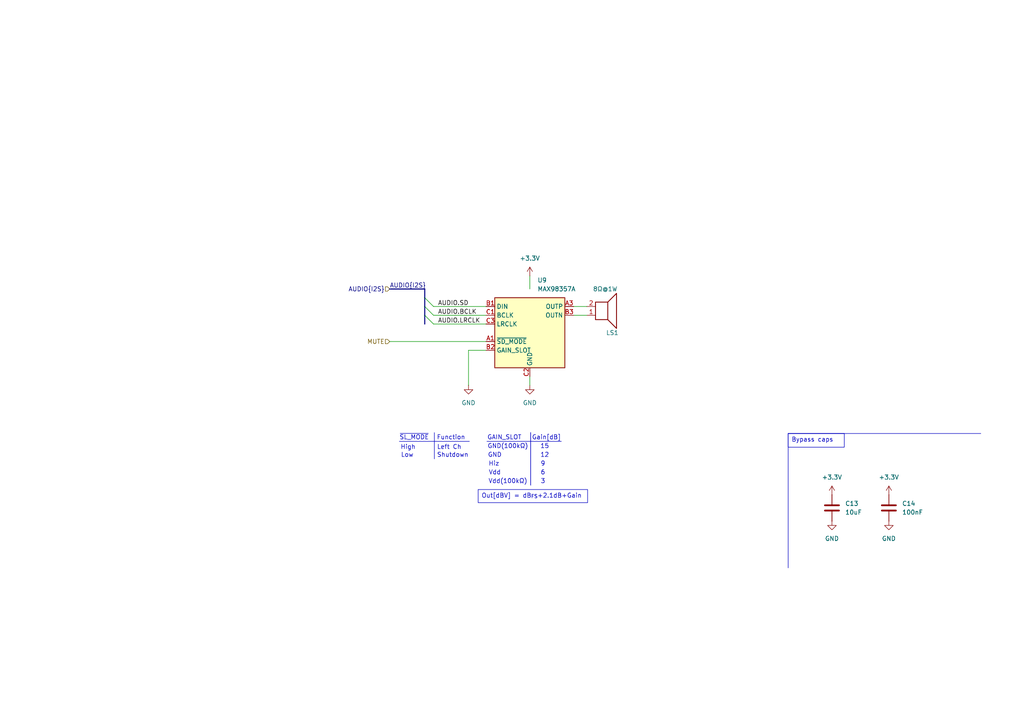
<source format=kicad_sch>
(kicad_sch (version 20231120) (generator "eeschema") (generator_version "8.0")
  (paper "A4")
  (lib_symbols
    (symbol "Audio:MAX98357A"
      (property "Reference" "U9" (at 2.1941 15.24 0))
      (property "Value" "MAX98357A" (at 2.1941 12.7 0))
      (symbol "MAX98357A_1_1"
        (rectangle (start -10.16 10.16) (end 10.16 -10.16) (stroke (width 0.254)) (fill (type background)))
        (pin input line (at -12.7 -2.54 0) (length 2.54) (name "~{SD_MODE}") (number "A1"))
        (pin passive line (at 0 12.7 270) (length 2.54) hide (name "VDD") (number "A2"))
        (pin output line (at 12.7 7.62 180) (length 2.54) (name "OUTP") (number "A3"))
        (pin input line (at -12.7 7.62 0) (length 2.54) (name "DIN") (number "B1"))
        (pin passive line (at -12.7 -5.08 0) (length 2.54) (name "GAIN_SLOT") (number "B2"))
        (pin output line (at 12.7 5.08 180) (length 2.54) (name "OUTN") (number "B3"))
        (pin input line (at -12.7 5.08 0) (length 2.54) (name "BCLK") (number "C1"))
        (pin power_in line (at 0 -12.7 90) (length 2.54) (name "GND") (number "C2"))
        (pin input line (at -12.7 2.54 0) (length 2.54) (name "LRCLK") (number "C3"))
      )
    )
    (symbol "Device:C" (pin_numbers hide) (pin_names (offset 0.254))
      (property "Reference" "C" (at 0.635 2.54 0))
      (property "Value" "C" (at 0.635 -2.54 0))
      (symbol "C_0_1"
        (polyline (pts (xy -2.032 -0.762) (xy 2.032 -0.762)) (stroke (width 0.508)))
        (polyline (pts (xy -2.032 0.762) (xy 2.032 0.762)) (stroke (width 0.508)))
      )
      (symbol "C_1_1"
        (pin passive line (at 0 3.81 270) (length 2.794) (name "~") (number "1"))
        (pin passive line (at 0 -3.81 90) (length 2.794) (name "~") (number "2"))
      )
    )
    (symbol "Device:Speaker" (pin_names (offset 0) hide)
      (property "Reference" "LS" (at 1.27 5.715 0))
      (property "Value" "Speaker" (at 1.27 3.81 0))
      (symbol "Speaker_0_0"
        (rectangle (start -2.54 1.27) (end 1.016 -3.81) (stroke (width 0.254)))
        (polyline (pts (xy 1.016 1.27) (xy 3.556 3.81) (xy 3.556 -6.35) (xy 1.016 -3.81)) (stroke (width 0.254)))
      )
      (symbol "Speaker_1_1"
        (pin input line (at -5.08 0 0) (length 2.54) (name "1") (number "1"))
        (pin input line (at -5.08 -2.54 0) (length 2.54) (name "2") (number "2"))
      )
    )
    (symbol "power:+3.3V" (power) (pin_numbers hide) (pin_names (offset 0) hide)
      (property "Value" "+3.3V" (at 0 3.556 0))
      (symbol "+3.3V_0_1"
        (polyline (pts (xy -0.762 1.27) (xy 0 2.54)))
        (polyline (pts (xy 0 0) (xy 0 2.54)))
        (polyline (pts (xy 0 2.54) (xy 0.762 1.27)))
      )
      (symbol "+3.3V_1_1"
        (pin power_in line (at 0 0 90) (length 0) (name "~") (number "1"))
      )
    )
    (symbol "power:GND" (power) (pin_numbers hide) (pin_names (offset 0) hide)
      (property "Value" "GND" (at 0 -3.81 0))
      (symbol "GND_0_1"
        (polyline (pts (xy 0 0) (xy 0 -1.27) (xy 1.27 -1.27) (xy 0 -2.54) (xy -1.27 -1.27) (xy 0 -1.27)))
      )
      (symbol "GND_1_1"
        (pin power_in line (at 0 0 270) (length 0) (name "~") (number "1"))
      )
    )
  )
  (bus_entry (at 123.19 91.44) (size 2.54 2.54))
  (bus_entry (at 123.19 88.9) (size 2.54 2.54))
  (bus_entry (at 123.19 86.36) (size 2.54 2.54))
  (bus (pts (xy 123.19 88.9) (xy 123.19 91.44)))
  (wire (pts (xy 125.73 93.98) (xy 140.97 93.98)))
  (polyline (pts (xy 153.924 125.476) (xy 153.924 140.716)))
  (polyline (pts (xy 115.824 128.016) (xy 136.144 128.016)))
  (polyline (pts (xy 125.984 125.476) (xy 125.984 133.096)))
  (wire (pts (xy 153.67 109.22) (xy 153.67 111.76)))
  (wire (pts (xy 135.89 111.76) (xy 135.89 101.6)))
  (wire (pts (xy 153.67 80.01) (xy 153.67 83.82)))
  (wire (pts (xy 113.03 99.06) (xy 140.97 99.06)))
  (polyline (pts (xy 228.6 125.73) (xy 284.48 125.73)))
  (bus (pts (xy 123.19 91.44) (xy 123.19 93.98)))
  (wire (pts (xy 135.89 101.6) (xy 140.97 101.6)))
  (polyline (pts (xy 153.924 125.476) (xy 153.924 140.716)))
  (bus (pts (xy 113.03 83.82) (xy 123.19 83.82)))
  (wire (pts (xy 125.73 91.44) (xy 140.97 91.44)))
  (polyline (pts (xy 153.924 125.476) (xy 153.924 125.476)))
  (polyline (pts (xy 141.224 128.016) (xy 162.814 128.016)))
  (polyline (pts (xy 228.6 164.7089) (xy 228.6 125.73)))
  (wire (pts (xy 125.73 88.9) (xy 140.97 88.9)))
  (bus (pts (xy 123.19 86.36) (xy 123.19 88.9)))
  (wire (pts (xy 170.18 88.9) (xy 166.37 88.9)))
  (wire (pts (xy 170.18 91.44) (xy 166.37 91.44)))
  (bus (pts (xy 123.19 83.82) (xy 123.19 86.36)))
  (text_box "Out[dBV] = dB_{FS}+2.1dB+Gain" (at 138.684 141.986 0) (size 31.75 3.81) (effects (font (size 1.27 1.27)) (justify left top)))
  (text_box "Bypass caps" (at 228.6 125.73 0) (size 16.2714 3.98) (effects (font (size 1.27 1.27)) (justify left top)))
  (text "GAIN_SLOT" (at 146.304 127 0) (effects (font (size 1.27 1.27))))
  (text "Left Ch" (at 130.302 129.794 0) (effects (font (size 1.27 1.27))))
  (text "15" (at 157.988 129.54 0) (effects (font (size 1.27 1.27))))
  (text "Vdd" (at 143.51 137.16 0) (effects (font (size 1.27 1.27))))
  (text "GND(100kΩ)" (at 147.32 129.54 0) (effects (font (size 1.27 1.27))))
  (text "High" (at 118.364 129.794 0) (effects (font (size 1.27 1.27))))
  (text "Function" (at 130.81 127 0) (effects (font (size 1.27 1.27))))
  (text "GND" (at 143.51 132.08 0) (effects (font (size 1.27 1.27))))
  (text "Vdd(100kΩ)" (at 147.32 139.7 0) (effects (font (size 1.27 1.27))))
  (text "3" (at 157.48 139.7 0) (effects (font (size 1.27 1.27))))
  (text "12" (at 157.988 132.08 0) (effects (font (size 1.27 1.27))))
  (text "Hiz" (at 143.256 134.62 0) (effects (font (size 1.27 1.27))))
  (text "Shutdown" (at 131.318 132.08 0) (effects (font (size 1.27 1.27))))
  (text "6" (at 157.48 137.16 0) (effects (font (size 1.27 1.27))))
  (text "Low" (at 118.11 132.08 0) (effects (font (size 1.27 1.27))))
  (text "9" (at 157.48 134.62 0) (effects (font (size 1.27 1.27))))
  (text "Gain[dB]" (at 158.496 127 0) (effects (font (size 1.27 1.27))))
  (text "~{SL_MODE}" (at 120.142 127 0) (effects (font (size 1.27 1.27))))
  (label "AUDIO.BCLK" (at 127 91.44 0))
  (label "AUDIO.SD" (at 127 88.9 0))
  (label "AUDIO.LRCLK" (at 127 93.98 0))
  (label "AUDIO{I2S}" (at 113.03 83.82 0))
  (hierarchical_label "MUTE" (shape input) (at 113.03 99.06 180))
  (hierarchical_label "AUDIO{I2S}" (shape input) (at 113.03 83.82 180))
  (symbol (lib_id "power:+3.3V") (at 153.67 80.01 0) (unit 1)
    (property "Reference" "#PWR087" (effects (hide yes)))
    (property "Value" "+3.3V" (at 153.67 74.93 0))
    (property "Description" "Power symbol creates a global label with name \"+3.3V\"" (effects (hide yes)))
  )
  (symbol (lib_id "Device:C") (at 257.81 147.32 0) (unit 1)
    (property "Reference" "C14" (at 261.62 146.0499 0) (effects (justify left)))
    (property "Value" "100nF" (at 261.62 148.5899 0) (effects (justify left)))
    (property "Footprint" "Capacitor_SMD:C_0402_1005Metric" (effects (hide yes)))
    (property "Description" "Unpolarized capacitor" (effects (hide yes)))
    (property "LCSC" "C1525" (effects (hide yes)))
  )
  (symbol (lib_id "power:+3.3V") (at 241.3 143.51 0) (unit 1)
    (property "Reference" "#PWR090" (effects (hide yes)))
    (property "Value" "+3.3V" (at 241.3 138.43 0))
    (property "Description" "Power symbol creates a global label with name \"+3.3V\"" (effects (hide yes)))
  )
  (symbol (lib_id "power:GND") (at 257.81 151.13 0) (unit 1)
    (property "Reference" "#PWR093" (effects (hide yes)))
    (property "Value" "GND" (at 257.81 156.21 0))
    (property "Description" "Power symbol creates a global label with name \"GND\" , ground" (effects (hide yes)))
  )
  (symbol (lib_id "Device:C") (at 241.3 147.32 0) (unit 1)
    (property "Reference" "C13" (at 245.11 146.0499 0) (effects (justify left)))
    (property "Value" "10uF" (at 245.11 148.5899 0) (effects (justify left)))
    (property "Footprint" "Capacitor_SMD:C_0603_1608Metric" (effects (hide yes)))
    (property "Description" "Unpolarized capacitor" (effects (hide yes)))
    (property "LCSC" "C1691" (effects (hide yes)))
  )
  (symbol (lib_id "power:GND") (at 153.67 111.76 0) (unit 1)
    (property "Reference" "#PWR088" (effects (hide yes)))
    (property "Value" "GND" (at 153.67 116.84 0))
    (property "Description" "Power symbol creates a global label with name \"GND\" , ground" (effects (hide yes)))
  )
  (symbol (lib_id "Audio:MAX98357A") (at 153.67 96.52 0) (unit 1)
    (property "Reference" "U9" (at 155.8641 81.28 0) (effects (justify left)))
    (property "Value" "MAX98357A" (at 155.8641 83.82 0) (effects (justify left)))
    (property "Footprint" "Package_BGA:WLP-9_1.448x1.468mm_Layout3x3_P0.4mm_Ball0.27mm_Pad0.25mm" (effects (hide yes)))
    (property "Datasheet" "https://www.analog.com/media/en/technical-documentation/data-sheets/MAX98357A-MAX98357B.pdf" (effects (hide yes)))
    (property "Description" "Mono DAC with amplifier, I2S, PCM, TDM, 32-bit, 96khz, 3.2W, TQFP-16" (effects (hide yes)))
    (property "LCSC" "C2682619" (effects (hide yes)))
  )
  (symbol (lib_id "power:GND") (at 135.89 111.76 0) (unit 1)
    (property "Reference" "#PWR089" (effects (hide yes)))
    (property "Value" "GND" (at 135.89 116.84 0))
    (property "Description" "Power symbol creates a global label with name \"GND\" , ground" (effects (hide yes)))
  )
  (symbol (lib_id "Device:Speaker") (at 175.26 91.44 0) (mirror x) (unit 1)
    (property "Reference" "LS1" (at 175.768 96.52 0) (effects (justify left)))
    (property "Value" "8Ω@1W" (at 171.958 83.82 0) (effects (justify left)))
    (property "Footprint" "badge:KLJ-01304T-08R07W" (effects (hide yes)))
    (property "Datasheet" "https://datasheet.lcsc.com/lcsc/2309191755_KELIKING-KLJ-01304T-08R07W_C18186315.pdf" (effects (hide yes)))
    (property "Description" "Speaker" (effects (hide yes)))
    (property "LCSC" "C18186315" (effects (hide yes)))
  )
  (symbol (lib_id "power:+3.3V") (at 257.81 143.51 0) (unit 1)
    (property "Reference" "#PWR092" (effects (hide yes)))
    (property "Value" "+3.3V" (at 257.81 138.43 0))
    (property "Description" "Power symbol creates a global label with name \"+3.3V\"" (effects (hide yes)))
  )
  (symbol (lib_id "power:GND") (at 241.3 151.13 0) (unit 1)
    (property "Reference" "#PWR091" (effects (hide yes)))
    (property "Value" "GND" (at 241.3 156.21 0))
    (property "Description" "Power symbol creates a global label with name \"GND\" , ground" (effects (hide yes)))
  )
)
</source>
